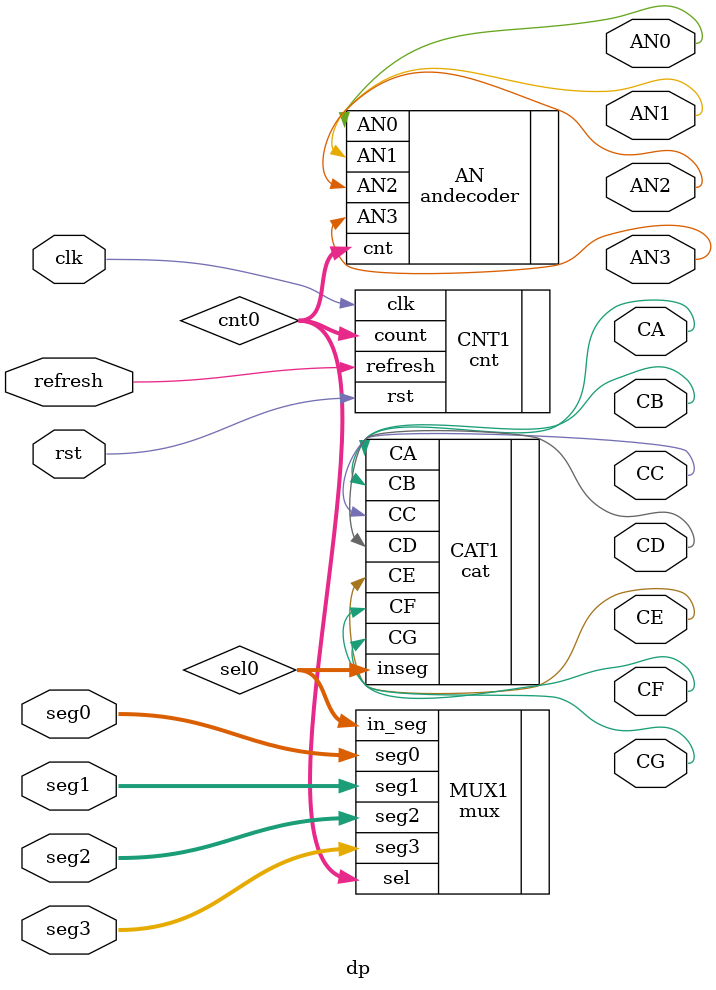
<source format=v>
`timescale 1ns / 1ps

module dp(
input wire clk,rst,refresh, 
input wire[3:0]seg0,seg1,seg2,seg3,
output wire AN0,AN1,AN2,AN3,
output wire CA,CB,CC,CD,CE,CF,CG
    );
    
    wire [1:0] cnt0;
    wire [3:0] sel0;
    cnt CNT1(.clk(clk),.rst(rst),.refresh(refresh),.count(cnt0));
    mux MUX1(.seg0(seg0),.seg1(seg1),.seg2(seg2),.seg3(seg3),.sel(cnt0),.in_seg(sel0));
    cat CAT1(.inseg(sel0),.CA(CA),.CB(CB),.CC(CC),.CD(CD),.CE(CE),.CF(CF),.CG(CG));
    andecoder AN(.cnt(cnt0),.AN0(AN0),.AN1(AN1),.AN2(AN2),.AN3(AN3));
    
endmodule

</source>
